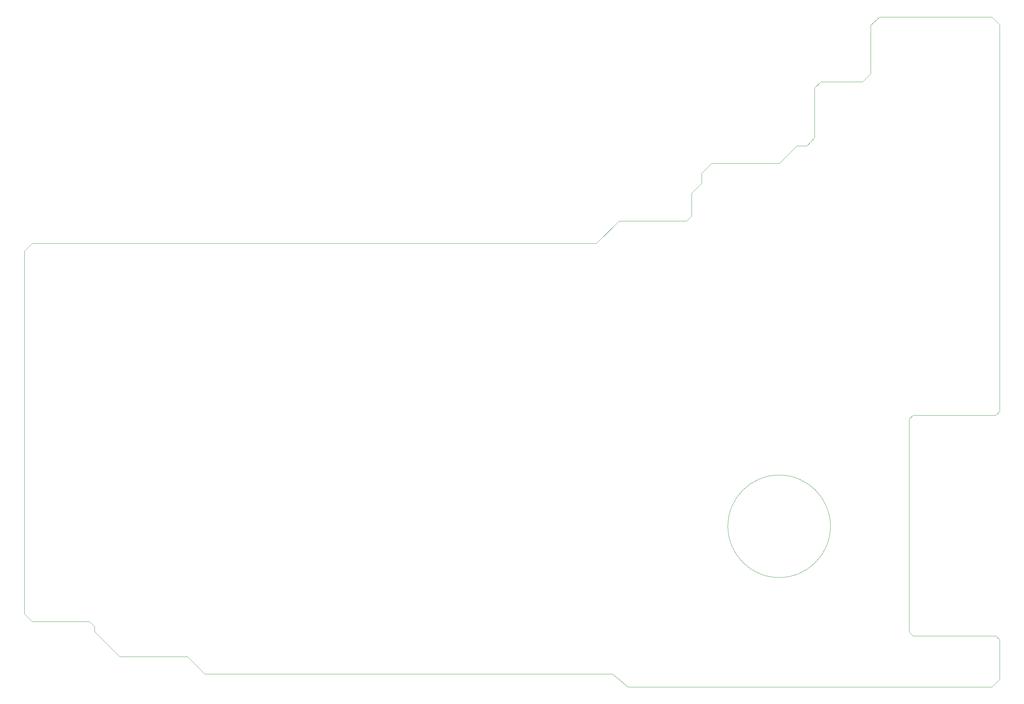
<source format=gbr>
%TF.GenerationSoftware,KiCad,Pcbnew,8.0.3+1*%
%TF.CreationDate,2024-07-23T19:13:49+00:00*%
%TF.ProjectId,OpenMowerMainboard,4f70656e-4d6f-4776-9572-4d61696e626f,rev?*%
%TF.SameCoordinates,Original*%
%TF.FileFunction,Profile,NP*%
%FSLAX46Y46*%
G04 Gerber Fmt 4.6, Leading zero omitted, Abs format (unit mm)*
G04 Created by KiCad (PCBNEW 8.0.3+1) date 2024-07-23 19:13:49*
%MOMM*%
%LPD*%
G01*
G04 APERTURE LIST*
%TA.AperFunction,Profile*%
%ADD10C,0.050000*%
%TD*%
%TA.AperFunction,Profile*%
%ADD11C,0.100000*%
%TD*%
G04 APERTURE END LIST*
D10*
X54440000Y-150843000D02*
X54440000Y-58768000D01*
X250180000Y-32098000D02*
X245735000Y-36543000D01*
X70950000Y-152748000D02*
X72220000Y-154018000D01*
X205095000Y-51148000D02*
X199380000Y-56863000D01*
X278590000Y-155393000D02*
X278590000Y-101393000D01*
X56345000Y-152748000D02*
X70950000Y-152748000D01*
X56345000Y-56863000D02*
X199380000Y-56863000D01*
X278590000Y-101393000D02*
X279590000Y-100393000D01*
X301590000Y-157393000D02*
X300590000Y-156393000D01*
X279590000Y-156393000D02*
X278590000Y-155393000D01*
X228590000Y-36543000D02*
X226050000Y-39083000D01*
D11*
X258690000Y-128593000D02*
G75*
G02*
X232690000Y-128593000I-13000000J0D01*
G01*
X232690000Y-128593000D02*
G75*
G02*
X258690000Y-128593000I13000000J0D01*
G01*
D10*
X299590000Y607000D02*
X301590000Y-1393000D01*
X95715000Y-161638000D02*
X100160000Y-166083000D01*
X54440000Y-150843000D02*
X56345000Y-152748000D01*
X299590000Y-169393000D02*
X207381000Y-169321500D01*
X252720000Y-32098000D02*
X250180000Y-32098000D01*
X72220000Y-154018000D02*
X72220000Y-155288000D01*
X254665000Y-30010000D02*
X252720000Y-32098000D01*
X300590000Y-100393000D02*
X301590000Y-99393000D01*
X299590000Y607000D02*
X271165000Y607000D01*
X203444000Y-166083000D02*
X100160000Y-166083000D01*
X301590000Y-99393000D02*
X301590000Y-1393000D01*
X78570000Y-161638000D02*
X95715000Y-161638000D01*
X72220000Y-155288000D02*
X78570000Y-161638000D01*
X223510000Y-49878000D02*
X222240000Y-51148000D01*
X268865000Y-1493000D02*
X268865000Y-13810000D01*
X268865000Y-13810000D02*
X266865000Y-15810000D01*
X271165000Y607000D02*
X268865000Y-1493000D01*
X245735000Y-36543000D02*
X228590000Y-36543000D01*
X256265000Y-15810000D02*
X266865000Y-15810000D01*
X279590000Y-100393000D02*
X300590000Y-100393000D01*
X56345000Y-56863000D02*
X54440000Y-58768000D01*
X299590000Y-169393000D02*
X301590000Y-167393000D01*
X256265000Y-15810000D02*
X254665000Y-17410000D01*
X254665000Y-17410000D02*
X254665000Y-30010000D01*
X203444000Y-166083000D02*
X207381000Y-169321500D01*
X222240000Y-51148000D02*
X205095000Y-51148000D01*
X223510000Y-44163000D02*
X223510000Y-49878000D01*
X300590000Y-156393000D02*
X279590000Y-156393000D01*
X226050000Y-39083000D02*
X226050000Y-41623000D01*
X226050000Y-41623000D02*
X223510000Y-44163000D01*
X301590000Y-167393000D02*
X301590000Y-157393000D01*
M02*

</source>
